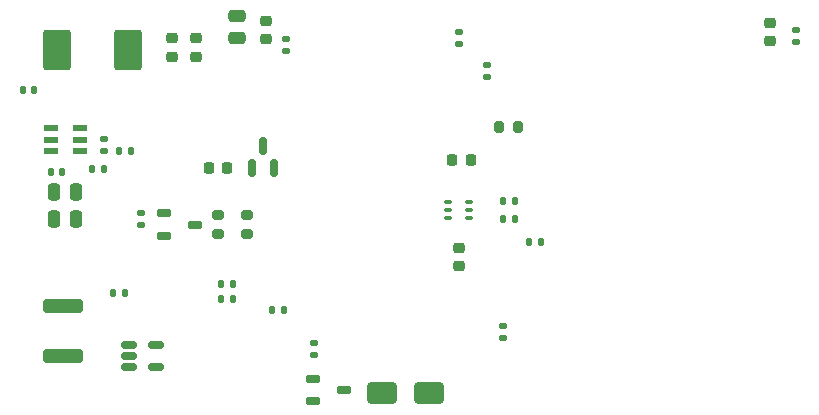
<source format=gtp>
G04 #@! TF.GenerationSoftware,KiCad,Pcbnew,8.0.6*
G04 #@! TF.CreationDate,2025-02-16T16:22:00-07:00*
G04 #@! TF.ProjectId,PACS_1.0,50414353-5f31-42e3-902e-6b696361645f,rev?*
G04 #@! TF.SameCoordinates,Original*
G04 #@! TF.FileFunction,Paste,Top*
G04 #@! TF.FilePolarity,Positive*
%FSLAX46Y46*%
G04 Gerber Fmt 4.6, Leading zero omitted, Abs format (unit mm)*
G04 Created by KiCad (PCBNEW 8.0.6) date 2025-02-16 16:22:00*
%MOMM*%
%LPD*%
G01*
G04 APERTURE LIST*
G04 Aperture macros list*
%AMRoundRect*
0 Rectangle with rounded corners*
0 $1 Rounding radius*
0 $2 $3 $4 $5 $6 $7 $8 $9 X,Y pos of 4 corners*
0 Add a 4 corners polygon primitive as box body*
4,1,4,$2,$3,$4,$5,$6,$7,$8,$9,$2,$3,0*
0 Add four circle primitives for the rounded corners*
1,1,$1+$1,$2,$3*
1,1,$1+$1,$4,$5*
1,1,$1+$1,$6,$7*
1,1,$1+$1,$8,$9*
0 Add four rect primitives between the rounded corners*
20,1,$1+$1,$2,$3,$4,$5,0*
20,1,$1+$1,$4,$5,$6,$7,0*
20,1,$1+$1,$6,$7,$8,$9,0*
20,1,$1+$1,$8,$9,$2,$3,0*%
G04 Aperture macros list end*
%ADD10RoundRect,0.140000X-0.140000X-0.170000X0.140000X-0.170000X0.140000X0.170000X-0.140000X0.170000X0*%
%ADD11RoundRect,0.135000X-0.135000X-0.185000X0.135000X-0.185000X0.135000X0.185000X-0.135000X0.185000X0*%
%ADD12RoundRect,0.200000X0.200000X0.275000X-0.200000X0.275000X-0.200000X-0.275000X0.200000X-0.275000X0*%
%ADD13RoundRect,0.150000X0.150000X-0.587500X0.150000X0.587500X-0.150000X0.587500X-0.150000X-0.587500X0*%
%ADD14RoundRect,0.135000X-0.185000X0.135000X-0.185000X-0.135000X0.185000X-0.135000X0.185000X0.135000X0*%
%ADD15RoundRect,0.225000X0.250000X-0.225000X0.250000X0.225000X-0.250000X0.225000X-0.250000X-0.225000X0*%
%ADD16RoundRect,0.075000X-0.250000X-0.075000X0.250000X-0.075000X0.250000X0.075000X-0.250000X0.075000X0*%
%ADD17RoundRect,0.135000X0.135000X0.185000X-0.135000X0.185000X-0.135000X-0.185000X0.135000X-0.185000X0*%
%ADD18RoundRect,0.250000X-0.250000X-0.475000X0.250000X-0.475000X0.250000X0.475000X-0.250000X0.475000X0*%
%ADD19RoundRect,0.225000X-0.225000X-0.250000X0.225000X-0.250000X0.225000X0.250000X-0.225000X0.250000X0*%
%ADD20RoundRect,0.162500X-0.447500X-0.162500X0.447500X-0.162500X0.447500X0.162500X-0.447500X0.162500X0*%
%ADD21RoundRect,0.140000X0.140000X0.170000X-0.140000X0.170000X-0.140000X-0.170000X0.140000X-0.170000X0*%
%ADD22RoundRect,0.225000X-0.250000X0.225000X-0.250000X-0.225000X0.250000X-0.225000X0.250000X0.225000X0*%
%ADD23RoundRect,0.250000X1.000000X0.650000X-1.000000X0.650000X-1.000000X-0.650000X1.000000X-0.650000X0*%
%ADD24RoundRect,0.073750X-0.551250X-0.221250X0.551250X-0.221250X0.551250X0.221250X-0.551250X0.221250X0*%
%ADD25RoundRect,0.250000X-1.450000X0.312500X-1.450000X-0.312500X1.450000X-0.312500X1.450000X0.312500X0*%
%ADD26RoundRect,0.200000X0.275000X-0.200000X0.275000X0.200000X-0.275000X0.200000X-0.275000X-0.200000X0*%
%ADD27RoundRect,0.135000X0.185000X-0.135000X0.185000X0.135000X-0.185000X0.135000X-0.185000X-0.135000X0*%
%ADD28RoundRect,0.140000X-0.170000X0.140000X-0.170000X-0.140000X0.170000X-0.140000X0.170000X0.140000X0*%
%ADD29RoundRect,0.140000X0.170000X-0.140000X0.170000X0.140000X-0.170000X0.140000X-0.170000X-0.140000X0*%
%ADD30RoundRect,0.250000X0.475000X-0.250000X0.475000X0.250000X-0.475000X0.250000X-0.475000X-0.250000X0*%
%ADD31RoundRect,0.235000X-0.940000X-1.465000X0.940000X-1.465000X0.940000X1.465000X-0.940000X1.465000X0*%
%ADD32RoundRect,0.150000X-0.512500X-0.150000X0.512500X-0.150000X0.512500X0.150000X-0.512500X0.150000X0*%
G04 APERTURE END LIST*
D10*
X149520000Y-85500000D03*
X150480000Y-85500000D03*
D11*
X168240000Y-97250000D03*
X169260000Y-97250000D03*
X189990000Y-91500000D03*
X191010000Y-91500000D03*
D12*
X189075000Y-81750000D03*
X187425000Y-81750000D03*
D13*
X166500000Y-85175000D03*
X168400000Y-85175000D03*
X167450000Y-83300000D03*
D14*
X171750000Y-99990000D03*
X171750000Y-101010000D03*
D15*
X167750000Y-74275000D03*
X167750000Y-72725000D03*
D16*
X183100000Y-88100000D03*
X183100000Y-88750000D03*
X183100000Y-89400000D03*
X184900000Y-89400000D03*
X184900000Y-88750000D03*
X184900000Y-88100000D03*
D17*
X154010000Y-85250000D03*
X152990000Y-85250000D03*
D18*
X149750000Y-87250000D03*
X151650000Y-87250000D03*
D14*
X184050000Y-73665000D03*
X184050000Y-74685000D03*
D19*
X183475000Y-84500000D03*
X185025000Y-84500000D03*
X162850000Y-85175000D03*
X164400000Y-85175000D03*
D17*
X155760000Y-95750000D03*
X154740000Y-95750000D03*
D20*
X159080000Y-89050000D03*
X159080000Y-90950000D03*
X161700000Y-90000000D03*
D21*
X148080000Y-78600000D03*
X147120000Y-78600000D03*
D15*
X184070000Y-93525000D03*
X184070000Y-91975000D03*
D14*
X187750000Y-98540000D03*
X187750000Y-99560000D03*
D22*
X161750000Y-74225000D03*
X161750000Y-75775000D03*
D23*
X181500000Y-104250000D03*
X177500000Y-104250000D03*
D24*
X149490000Y-81850000D03*
X149490000Y-82800000D03*
X149490000Y-83750000D03*
X152000000Y-83750000D03*
X152000000Y-82800000D03*
X152000000Y-81850000D03*
D15*
X210400000Y-74450000D03*
X210400000Y-72900000D03*
D25*
X150500000Y-96862500D03*
X150500000Y-101137500D03*
D22*
X159750000Y-74225000D03*
X159750000Y-75775000D03*
D17*
X188760000Y-89500000D03*
X187740000Y-89500000D03*
D26*
X166140000Y-90825000D03*
X166140000Y-89175000D03*
D27*
X157140000Y-90010000D03*
X157140000Y-88990000D03*
D18*
X149750000Y-89500000D03*
X151650000Y-89500000D03*
D28*
X169400000Y-74295000D03*
X169400000Y-75255000D03*
D26*
X163640000Y-90825000D03*
X163640000Y-89175000D03*
D29*
X212550000Y-74505000D03*
X212550000Y-73545000D03*
D11*
X163880000Y-95000000D03*
X164900000Y-95000000D03*
D17*
X164900000Y-96250000D03*
X163880000Y-96250000D03*
X188760000Y-88000000D03*
X187740000Y-88000000D03*
D20*
X171690000Y-103050000D03*
X171690000Y-104950000D03*
X174310000Y-104000000D03*
D30*
X165250000Y-74200000D03*
X165250000Y-72300000D03*
D31*
X149975000Y-75250000D03*
X156025000Y-75250000D03*
D11*
X155290000Y-83750000D03*
X156310000Y-83750000D03*
D27*
X186450000Y-77460000D03*
X186450000Y-76440000D03*
D32*
X156112500Y-100175000D03*
X156112500Y-101125000D03*
X156112500Y-102075000D03*
X158387500Y-102075000D03*
X158387500Y-100175000D03*
D27*
X154000000Y-83760000D03*
X154000000Y-82740000D03*
M02*

</source>
